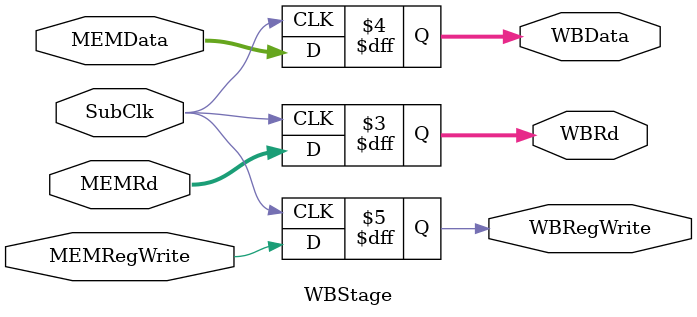
<source format=v>
module WBStage(
  input [4:0] MEMRd,
  input [31:0] MEMData,
  input MEMRegWrite,
  input SubClk,
  output reg [4:0] WBRd,
  output reg [31:0] WBData,
  output reg WBRegWrite
);
  initial begin
    WBRd <= 0; WBData <= 0; WBRegWrite <= 0;
  end

  always @(negedge SubClk) begin
    WBRd <= MEMRd;
    WBData <= MEMData;
    WBRegWrite <= MEMRegWrite;
  end
endmodule

</source>
